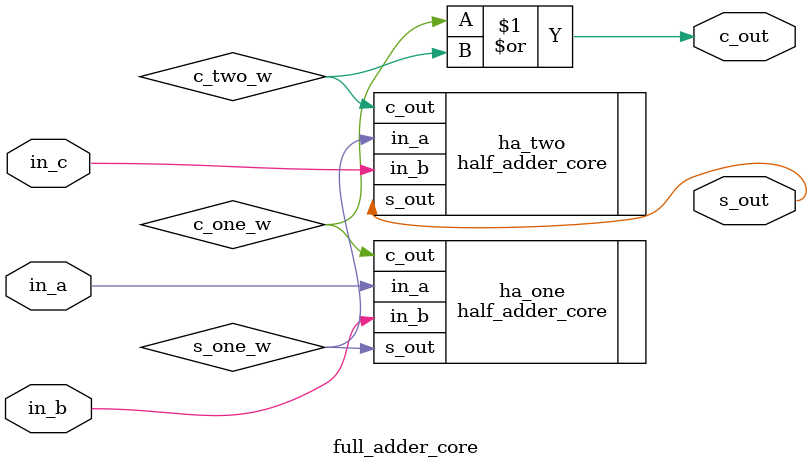
<source format=v>

module full_adder_core(
   input in_a, // augend
   input in_b, // addend
   input in_c, // carry-in flag
   output s_out, //summation out
   output c_out //summation carry out
);
//----------WIRE/REG---------------------
wire s_one_w;
wire c_one_w;
wire c_two_w;
//-----------MODULE-INSTANTIATE-----------
half_adder_core ha_one( //HA1
   .in_a(in_a),
   .in_b(in_b),
   .s_out(s_one_w), //wire from s_out HA1 to in_a HA2
   .c_out(c_one_w) //output to carry reg
);
half_adder_core ha_two( //HA2
   .in_a(s_one_w), //sum from HA1
   .in_b(in_c), //carry in
   .s_out(s_out), //output S is final sum after each HA stage
   .c_out(c_two_w) //output to carry reg
);
   or or_one(c_out,c_one_w,c_two_w); // (HA1 carry)OR(HA2 carry)
endmodule 
</source>
